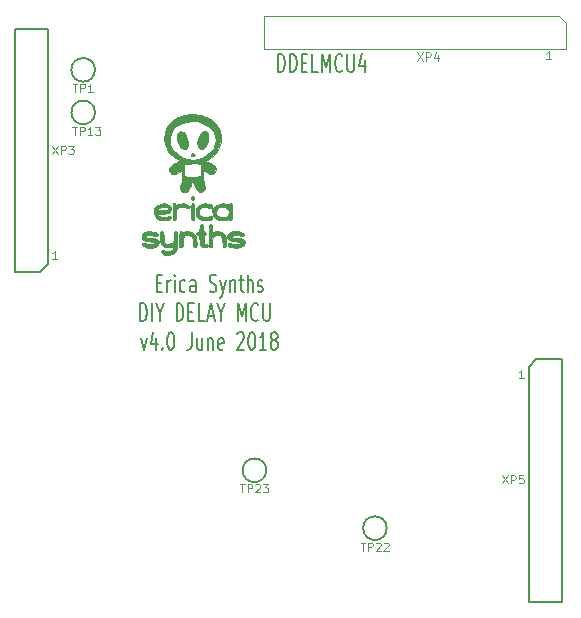
<source format=gto>
G04 #@! TF.FileFunction,Legend,Top*
%FSLAX46Y46*%
G04 Gerber Fmt 4.6, Leading zero omitted, Abs format (unit mm)*
G04 Created by KiCad (PCBNEW (2016-08-20 BZR 7083)-product) date Fri Jun  8 01:00:13 2018*
%MOMM*%
%LPD*%
G01*
G04 APERTURE LIST*
%ADD10C,0.100000*%
%ADD11C,0.200000*%
%ADD12C,0.150000*%
%ADD13C,0.120000*%
G04 APERTURE END LIST*
D10*
X43200000Y19183334D02*
X42800000Y19183334D01*
X43000000Y19183334D02*
X43000000Y19883334D01*
X42933333Y19783334D01*
X42866666Y19716667D01*
X42800000Y19683334D01*
X3700000Y29283334D02*
X3300000Y29283334D01*
X3500000Y29283334D02*
X3500000Y29983334D01*
X3433333Y29883334D01*
X3366666Y29816667D01*
X3300000Y29783334D01*
X45500000Y46183334D02*
X45100000Y46183334D01*
X45300000Y46183334D02*
X45300000Y46883334D01*
X45233333Y46783334D01*
X45166666Y46716667D01*
X45100000Y46683334D01*
D11*
X12123809Y27257143D02*
X12457142Y27257143D01*
X12600000Y26471429D02*
X12123809Y26471429D01*
X12123809Y27971429D01*
X12600000Y27971429D01*
X13028571Y26471429D02*
X13028571Y27471429D01*
X13028571Y27185715D02*
X13076190Y27328572D01*
X13123809Y27400000D01*
X13219047Y27471429D01*
X13314285Y27471429D01*
X13647619Y26471429D02*
X13647619Y27471429D01*
X13647619Y27971429D02*
X13600000Y27900000D01*
X13647619Y27828572D01*
X13695238Y27900000D01*
X13647619Y27971429D01*
X13647619Y27828572D01*
X14552380Y26542858D02*
X14457142Y26471429D01*
X14266666Y26471429D01*
X14171428Y26542858D01*
X14123809Y26614286D01*
X14076190Y26757143D01*
X14076190Y27185715D01*
X14123809Y27328572D01*
X14171428Y27400000D01*
X14266666Y27471429D01*
X14457142Y27471429D01*
X14552380Y27400000D01*
X15409523Y26471429D02*
X15409523Y27257143D01*
X15361904Y27400000D01*
X15266666Y27471429D01*
X15076190Y27471429D01*
X14980952Y27400000D01*
X15409523Y26542858D02*
X15314285Y26471429D01*
X15076190Y26471429D01*
X14980952Y26542858D01*
X14933333Y26685715D01*
X14933333Y26828572D01*
X14980952Y26971429D01*
X15076190Y27042858D01*
X15314285Y27042858D01*
X15409523Y27114286D01*
X16600000Y26542858D02*
X16742857Y26471429D01*
X16980952Y26471429D01*
X17076190Y26542858D01*
X17123809Y26614286D01*
X17171428Y26757143D01*
X17171428Y26900000D01*
X17123809Y27042858D01*
X17076190Y27114286D01*
X16980952Y27185715D01*
X16790476Y27257143D01*
X16695238Y27328572D01*
X16647619Y27400000D01*
X16600000Y27542858D01*
X16600000Y27685715D01*
X16647619Y27828572D01*
X16695238Y27900000D01*
X16790476Y27971429D01*
X17028571Y27971429D01*
X17171428Y27900000D01*
X17504761Y27471429D02*
X17742857Y26471429D01*
X17980952Y27471429D02*
X17742857Y26471429D01*
X17647619Y26114286D01*
X17600000Y26042858D01*
X17504761Y25971429D01*
X18361904Y27471429D02*
X18361904Y26471429D01*
X18361904Y27328572D02*
X18409523Y27400000D01*
X18504761Y27471429D01*
X18647619Y27471429D01*
X18742857Y27400000D01*
X18790476Y27257143D01*
X18790476Y26471429D01*
X19123809Y27471429D02*
X19504761Y27471429D01*
X19266666Y27971429D02*
X19266666Y26685715D01*
X19314285Y26542858D01*
X19409523Y26471429D01*
X19504761Y26471429D01*
X19838095Y26471429D02*
X19838095Y27971429D01*
X20266666Y26471429D02*
X20266666Y27257143D01*
X20219047Y27400000D01*
X20123809Y27471429D01*
X19980952Y27471429D01*
X19885714Y27400000D01*
X19838095Y27328572D01*
X20695238Y26542858D02*
X20790476Y26471429D01*
X20980952Y26471429D01*
X21076190Y26542858D01*
X21123809Y26685715D01*
X21123809Y26757143D01*
X21076190Y26900000D01*
X20980952Y26971429D01*
X20838095Y26971429D01*
X20742857Y27042858D01*
X20695238Y27185715D01*
X20695238Y27257143D01*
X20742857Y27400000D01*
X20838095Y27471429D01*
X20980952Y27471429D01*
X21076190Y27400000D01*
X10719047Y24021429D02*
X10719047Y25521429D01*
X10957142Y25521429D01*
X11100000Y25450000D01*
X11195238Y25307143D01*
X11242857Y25164286D01*
X11290476Y24878572D01*
X11290476Y24664286D01*
X11242857Y24378572D01*
X11195238Y24235715D01*
X11100000Y24092858D01*
X10957142Y24021429D01*
X10719047Y24021429D01*
X11719047Y24021429D02*
X11719047Y25521429D01*
X12385714Y24735715D02*
X12385714Y24021429D01*
X12052380Y25521429D02*
X12385714Y24735715D01*
X12719047Y25521429D01*
X13814285Y24021429D02*
X13814285Y25521429D01*
X14052380Y25521429D01*
X14195238Y25450000D01*
X14290476Y25307143D01*
X14338095Y25164286D01*
X14385714Y24878572D01*
X14385714Y24664286D01*
X14338095Y24378572D01*
X14290476Y24235715D01*
X14195238Y24092858D01*
X14052380Y24021429D01*
X13814285Y24021429D01*
X14814285Y24807143D02*
X15147619Y24807143D01*
X15290476Y24021429D02*
X14814285Y24021429D01*
X14814285Y25521429D01*
X15290476Y25521429D01*
X16195238Y24021429D02*
X15719047Y24021429D01*
X15719047Y25521429D01*
X16480952Y24450000D02*
X16957142Y24450000D01*
X16385714Y24021429D02*
X16719047Y25521429D01*
X17052380Y24021429D01*
X17576190Y24735715D02*
X17576190Y24021429D01*
X17242857Y25521429D02*
X17576190Y24735715D01*
X17909523Y25521429D01*
X19004761Y24021429D02*
X19004761Y25521429D01*
X19338095Y24450000D01*
X19671428Y25521429D01*
X19671428Y24021429D01*
X20719047Y24164286D02*
X20671428Y24092858D01*
X20528571Y24021429D01*
X20433333Y24021429D01*
X20290476Y24092858D01*
X20195238Y24235715D01*
X20147619Y24378572D01*
X20100000Y24664286D01*
X20100000Y24878572D01*
X20147619Y25164286D01*
X20195238Y25307143D01*
X20290476Y25450000D01*
X20433333Y25521429D01*
X20528571Y25521429D01*
X20671428Y25450000D01*
X20719047Y25378572D01*
X21147619Y25521429D02*
X21147619Y24307143D01*
X21195238Y24164286D01*
X21242857Y24092858D01*
X21338095Y24021429D01*
X21528571Y24021429D01*
X21623809Y24092858D01*
X21671428Y24164286D01*
X21719047Y24307143D01*
X21719047Y25521429D01*
X10790476Y22571429D02*
X11028571Y21571429D01*
X11266666Y22571429D01*
X12076190Y22571429D02*
X12076190Y21571429D01*
X11838095Y23142858D02*
X11600000Y22071429D01*
X12219047Y22071429D01*
X12600000Y21714286D02*
X12647619Y21642858D01*
X12600000Y21571429D01*
X12552380Y21642858D01*
X12600000Y21714286D01*
X12600000Y21571429D01*
X13266666Y23071429D02*
X13361904Y23071429D01*
X13457142Y23000000D01*
X13504761Y22928572D01*
X13552380Y22785715D01*
X13600000Y22500000D01*
X13600000Y22142858D01*
X13552380Y21857143D01*
X13504761Y21714286D01*
X13457142Y21642858D01*
X13361904Y21571429D01*
X13266666Y21571429D01*
X13171428Y21642858D01*
X13123809Y21714286D01*
X13076190Y21857143D01*
X13028571Y22142858D01*
X13028571Y22500000D01*
X13076190Y22785715D01*
X13123809Y22928572D01*
X13171428Y23000000D01*
X13266666Y23071429D01*
X15076190Y23071429D02*
X15076190Y22000000D01*
X15028571Y21785715D01*
X14933333Y21642858D01*
X14790476Y21571429D01*
X14695238Y21571429D01*
X15980952Y22571429D02*
X15980952Y21571429D01*
X15552380Y22571429D02*
X15552380Y21785715D01*
X15600000Y21642858D01*
X15695238Y21571429D01*
X15838095Y21571429D01*
X15933333Y21642858D01*
X15980952Y21714286D01*
X16457142Y22571429D02*
X16457142Y21571429D01*
X16457142Y22428572D02*
X16504761Y22500000D01*
X16600000Y22571429D01*
X16742857Y22571429D01*
X16838095Y22500000D01*
X16885714Y22357143D01*
X16885714Y21571429D01*
X17742857Y21642858D02*
X17647619Y21571429D01*
X17457142Y21571429D01*
X17361904Y21642858D01*
X17314285Y21785715D01*
X17314285Y22357143D01*
X17361904Y22500000D01*
X17457142Y22571429D01*
X17647619Y22571429D01*
X17742857Y22500000D01*
X17790476Y22357143D01*
X17790476Y22214286D01*
X17314285Y22071429D01*
X18933333Y22928572D02*
X18980952Y23000000D01*
X19076190Y23071429D01*
X19314285Y23071429D01*
X19409523Y23000000D01*
X19457142Y22928572D01*
X19504761Y22785715D01*
X19504761Y22642858D01*
X19457142Y22428572D01*
X18885714Y21571429D01*
X19504761Y21571429D01*
X20123809Y23071429D02*
X20219047Y23071429D01*
X20314285Y23000000D01*
X20361904Y22928572D01*
X20409523Y22785715D01*
X20457142Y22500000D01*
X20457142Y22142858D01*
X20409523Y21857143D01*
X20361904Y21714286D01*
X20314285Y21642858D01*
X20219047Y21571429D01*
X20123809Y21571429D01*
X20028571Y21642858D01*
X19980952Y21714286D01*
X19933333Y21857143D01*
X19885714Y22142858D01*
X19885714Y22500000D01*
X19933333Y22785715D01*
X19980952Y22928572D01*
X20028571Y23000000D01*
X20123809Y23071429D01*
X21409523Y21571429D02*
X20838095Y21571429D01*
X21123809Y21571429D02*
X21123809Y23071429D01*
X21028571Y22857143D01*
X20933333Y22714286D01*
X20838095Y22642858D01*
X21980952Y22428572D02*
X21885714Y22500000D01*
X21838095Y22571429D01*
X21790476Y22714286D01*
X21790476Y22785715D01*
X21838095Y22928572D01*
X21885714Y23000000D01*
X21980952Y23071429D01*
X22171428Y23071429D01*
X22266666Y23000000D01*
X22314285Y22928572D01*
X22361904Y22785715D01*
X22361904Y22714286D01*
X22314285Y22571429D01*
X22266666Y22500000D01*
X22171428Y22428572D01*
X21980952Y22428572D01*
X21885714Y22357143D01*
X21838095Y22285715D01*
X21790476Y22142858D01*
X21790476Y21857143D01*
X21838095Y21714286D01*
X21885714Y21642858D01*
X21980952Y21571429D01*
X22171428Y21571429D01*
X22266666Y21642858D01*
X22314285Y21714286D01*
X22361904Y21857143D01*
X22361904Y22142858D01*
X22314285Y22285715D01*
X22266666Y22357143D01*
X22171428Y22428572D01*
X22409523Y45121429D02*
X22409523Y46621429D01*
X22647619Y46621429D01*
X22790476Y46550000D01*
X22885714Y46407143D01*
X22933333Y46264286D01*
X22980952Y45978572D01*
X22980952Y45764286D01*
X22933333Y45478572D01*
X22885714Y45335715D01*
X22790476Y45192858D01*
X22647619Y45121429D01*
X22409523Y45121429D01*
X23409523Y45121429D02*
X23409523Y46621429D01*
X23647619Y46621429D01*
X23790476Y46550000D01*
X23885714Y46407143D01*
X23933333Y46264286D01*
X23980952Y45978572D01*
X23980952Y45764286D01*
X23933333Y45478572D01*
X23885714Y45335715D01*
X23790476Y45192858D01*
X23647619Y45121429D01*
X23409523Y45121429D01*
X24409523Y45907143D02*
X24742857Y45907143D01*
X24885714Y45121429D02*
X24409523Y45121429D01*
X24409523Y46621429D01*
X24885714Y46621429D01*
X25790476Y45121429D02*
X25314285Y45121429D01*
X25314285Y46621429D01*
X26123809Y45121429D02*
X26123809Y46621429D01*
X26457142Y45550000D01*
X26790476Y46621429D01*
X26790476Y45121429D01*
X27838095Y45264286D02*
X27790476Y45192858D01*
X27647619Y45121429D01*
X27552380Y45121429D01*
X27409523Y45192858D01*
X27314285Y45335715D01*
X27266666Y45478572D01*
X27219047Y45764286D01*
X27219047Y45978572D01*
X27266666Y46264286D01*
X27314285Y46407143D01*
X27409523Y46550000D01*
X27552380Y46621429D01*
X27647619Y46621429D01*
X27790476Y46550000D01*
X27838095Y46478572D01*
X28266666Y46621429D02*
X28266666Y45407143D01*
X28314285Y45264286D01*
X28361904Y45192858D01*
X28457142Y45121429D01*
X28647619Y45121429D01*
X28742857Y45192858D01*
X28790476Y45264286D01*
X28838095Y45407143D01*
X28838095Y46621429D01*
X29742857Y46121429D02*
X29742857Y45121429D01*
X29504761Y46692858D02*
X29266666Y45621429D01*
X29885714Y45621429D01*
D10*
G36*
X13867218Y30973353D02*
X13865400Y30803799D01*
X13856789Y30500886D01*
X13841861Y30280944D01*
X13818401Y30125429D01*
X13784192Y30015795D01*
X13767067Y29980751D01*
X13625096Y29819142D01*
X13416068Y29702781D01*
X13167910Y29640846D01*
X12908549Y29642517D01*
X12803906Y29664144D01*
X12627716Y29737983D01*
X12513744Y29837637D01*
X12478721Y29946498D01*
X12486410Y29979254D01*
X12532030Y30043717D01*
X12613507Y30056413D01*
X12751822Y30017482D01*
X12841853Y29981633D01*
X13002882Y29931146D01*
X13146384Y29936654D01*
X13223031Y29956466D01*
X13392123Y30025683D01*
X13491903Y30124488D01*
X13545688Y30251671D01*
X13561524Y30325415D01*
X13528718Y30341343D01*
X13424397Y30310023D01*
X13421547Y30309030D01*
X13209759Y30270459D01*
X12978460Y30282511D01*
X12767454Y30339427D01*
X12628277Y30423803D01*
X12517583Y30539707D01*
X12447431Y30655741D01*
X12405673Y30803226D01*
X12380163Y31013484D01*
X12375122Y31076596D01*
X12371375Y31347405D01*
X12406856Y31531332D01*
X12480700Y31625303D01*
X12533000Y31637600D01*
X12621884Y31592567D01*
X12679912Y31455903D01*
X12707845Y31225264D01*
X12710800Y31090014D01*
X12717267Y30884762D01*
X12740379Y30754443D01*
X12785700Y30672992D01*
X12803700Y30654874D01*
X12940915Y30589000D01*
X13122839Y30572327D01*
X13305781Y30603978D01*
X13428469Y30667424D01*
X13489434Y30728921D01*
X13527773Y30809807D01*
X13550457Y30935897D01*
X13564458Y31133011D01*
X13566645Y31179148D01*
X13581832Y31401418D01*
X13605316Y31539166D01*
X13640790Y31609364D01*
X13663494Y31624178D01*
X13743504Y31632381D01*
X13801634Y31580530D01*
X13840132Y31459494D01*
X13861244Y31260145D01*
X13867218Y30973353D01*
X13867218Y30973353D01*
X13867218Y30973353D01*
G37*
X13867218Y30973353D02*
X13865400Y30803799D01*
X13856789Y30500886D01*
X13841861Y30280944D01*
X13818401Y30125429D01*
X13784192Y30015795D01*
X13767067Y29980751D01*
X13625096Y29819142D01*
X13416068Y29702781D01*
X13167910Y29640846D01*
X12908549Y29642517D01*
X12803906Y29664144D01*
X12627716Y29737983D01*
X12513744Y29837637D01*
X12478721Y29946498D01*
X12486410Y29979254D01*
X12532030Y30043717D01*
X12613507Y30056413D01*
X12751822Y30017482D01*
X12841853Y29981633D01*
X13002882Y29931146D01*
X13146384Y29936654D01*
X13223031Y29956466D01*
X13392123Y30025683D01*
X13491903Y30124488D01*
X13545688Y30251671D01*
X13561524Y30325415D01*
X13528718Y30341343D01*
X13424397Y30310023D01*
X13421547Y30309030D01*
X13209759Y30270459D01*
X12978460Y30282511D01*
X12767454Y30339427D01*
X12628277Y30423803D01*
X12517583Y30539707D01*
X12447431Y30655741D01*
X12405673Y30803226D01*
X12380163Y31013484D01*
X12375122Y31076596D01*
X12371375Y31347405D01*
X12406856Y31531332D01*
X12480700Y31625303D01*
X12533000Y31637600D01*
X12621884Y31592567D01*
X12679912Y31455903D01*
X12707845Y31225264D01*
X12710800Y31090014D01*
X12717267Y30884762D01*
X12740379Y30754443D01*
X12785700Y30672992D01*
X12803700Y30654874D01*
X12940915Y30589000D01*
X13122839Y30572327D01*
X13305781Y30603978D01*
X13428469Y30667424D01*
X13489434Y30728921D01*
X13527773Y30809807D01*
X13550457Y30935897D01*
X13564458Y31133011D01*
X13566645Y31179148D01*
X13581832Y31401418D01*
X13605316Y31539166D01*
X13640790Y31609364D01*
X13663494Y31624178D01*
X13743504Y31632381D01*
X13801634Y31580530D01*
X13840132Y31459494D01*
X13861244Y31260145D01*
X13867218Y30973353D01*
X13867218Y30973353D01*
G36*
X12303460Y30721686D02*
X12262360Y30544341D01*
X12141543Y30395084D01*
X11948250Y30292140D01*
X11702828Y30240515D01*
X11425625Y30245211D01*
X11215519Y30286904D01*
X11014120Y30362646D01*
X10894862Y30451306D01*
X10864715Y30545506D01*
X10905026Y30615599D01*
X10987277Y30663248D01*
X11094666Y30638054D01*
X11102103Y30634715D01*
X11281940Y30575597D01*
X11480399Y30545455D01*
X11673081Y30543133D01*
X11835589Y30567474D01*
X11943525Y30617321D01*
X11974200Y30676055D01*
X11947329Y30715732D01*
X11856795Y30744497D01*
X11687715Y30765903D01*
X11556429Y30775790D01*
X11247443Y30815048D01*
X11029111Y30888529D01*
X10895357Y30999364D01*
X10840768Y31144812D01*
X10862398Y31332632D01*
X10971398Y31479863D01*
X11159796Y31581024D01*
X11419620Y31630635D01*
X11553468Y31634733D01*
X11792294Y31614999D01*
X11994058Y31566483D01*
X12145458Y31497112D01*
X12233188Y31414808D01*
X12243946Y31327497D01*
X12186177Y31257856D01*
X12106197Y31217173D01*
X12012814Y31226552D01*
X11921108Y31260832D01*
X11743173Y31311308D01*
X11545643Y31331747D01*
X11361803Y31322516D01*
X11224937Y31283980D01*
X11183586Y31252729D01*
X11150175Y31175900D01*
X11201554Y31122798D01*
X11342651Y31091415D01*
X11578392Y31079741D01*
X11608422Y31079578D01*
X11900948Y31054358D01*
X12118039Y30983240D01*
X12254080Y30870818D01*
X12303460Y30721686D01*
X12303460Y30721686D01*
X12303460Y30721686D01*
G37*
X12303460Y30721686D02*
X12262360Y30544341D01*
X12141543Y30395084D01*
X11948250Y30292140D01*
X11702828Y30240515D01*
X11425625Y30245211D01*
X11215519Y30286904D01*
X11014120Y30362646D01*
X10894862Y30451306D01*
X10864715Y30545506D01*
X10905026Y30615599D01*
X10987277Y30663248D01*
X11094666Y30638054D01*
X11102103Y30634715D01*
X11281940Y30575597D01*
X11480399Y30545455D01*
X11673081Y30543133D01*
X11835589Y30567474D01*
X11943525Y30617321D01*
X11974200Y30676055D01*
X11947329Y30715732D01*
X11856795Y30744497D01*
X11687715Y30765903D01*
X11556429Y30775790D01*
X11247443Y30815048D01*
X11029111Y30888529D01*
X10895357Y30999364D01*
X10840768Y31144812D01*
X10862398Y31332632D01*
X10971398Y31479863D01*
X11159796Y31581024D01*
X11419620Y31630635D01*
X11553468Y31634733D01*
X11792294Y31614999D01*
X11994058Y31566483D01*
X12145458Y31497112D01*
X12233188Y31414808D01*
X12243946Y31327497D01*
X12186177Y31257856D01*
X12106197Y31217173D01*
X12012814Y31226552D01*
X11921108Y31260832D01*
X11743173Y31311308D01*
X11545643Y31331747D01*
X11361803Y31322516D01*
X11224937Y31283980D01*
X11183586Y31252729D01*
X11150175Y31175900D01*
X11201554Y31122798D01*
X11342651Y31091415D01*
X11578392Y31079741D01*
X11608422Y31079578D01*
X11900948Y31054358D01*
X12118039Y30983240D01*
X12254080Y30870818D01*
X12303460Y30721686D01*
X12303460Y30721686D01*
G36*
X19567860Y30721686D02*
X19526760Y30544341D01*
X19405572Y30394735D01*
X19210785Y30291782D01*
X18961737Y30241083D01*
X18677766Y30248237D01*
X18567864Y30266639D01*
X18337520Y30329851D01*
X18200136Y30407461D01*
X18147508Y30504468D01*
X18146400Y30523382D01*
X18173176Y30617222D01*
X18260249Y30652602D01*
X18417734Y30631363D01*
X18541160Y30595192D01*
X18729845Y30553482D01*
X18919463Y30543979D01*
X19084456Y30563795D01*
X19199265Y30610042D01*
X19238600Y30674007D01*
X19213828Y30714561D01*
X19128893Y30743481D01*
X18967869Y30764699D01*
X18827854Y30775384D01*
X18528933Y30810924D01*
X18317646Y30875863D01*
X18182944Y30975442D01*
X18113995Y31114023D01*
X18117354Y31290626D01*
X18207179Y31446693D01*
X18368393Y31558300D01*
X18402114Y31571233D01*
X18610787Y31620100D01*
X18829660Y31633485D01*
X19042506Y31616269D01*
X19233098Y31573335D01*
X19385210Y31509563D01*
X19482614Y31429837D01*
X19509084Y31339037D01*
X19459954Y31252983D01*
X19395020Y31202304D01*
X19325634Y31204372D01*
X19222038Y31252030D01*
X19053032Y31307418D01*
X18850025Y31329884D01*
X18652779Y31319134D01*
X18501057Y31274875D01*
X18473609Y31257566D01*
X18414830Y31184056D01*
X18454524Y31129525D01*
X18591234Y31094623D01*
X18823500Y31080001D01*
X18872822Y31079578D01*
X19165348Y31054358D01*
X19382439Y30983240D01*
X19518480Y30870818D01*
X19567860Y30721686D01*
X19567860Y30721686D01*
X19567860Y30721686D01*
G37*
X19567860Y30721686D02*
X19526760Y30544341D01*
X19405572Y30394735D01*
X19210785Y30291782D01*
X18961737Y30241083D01*
X18677766Y30248237D01*
X18567864Y30266639D01*
X18337520Y30329851D01*
X18200136Y30407461D01*
X18147508Y30504468D01*
X18146400Y30523382D01*
X18173176Y30617222D01*
X18260249Y30652602D01*
X18417734Y30631363D01*
X18541160Y30595192D01*
X18729845Y30553482D01*
X18919463Y30543979D01*
X19084456Y30563795D01*
X19199265Y30610042D01*
X19238600Y30674007D01*
X19213828Y30714561D01*
X19128893Y30743481D01*
X18967869Y30764699D01*
X18827854Y30775384D01*
X18528933Y30810924D01*
X18317646Y30875863D01*
X18182944Y30975442D01*
X18113995Y31114023D01*
X18117354Y31290626D01*
X18207179Y31446693D01*
X18368393Y31558300D01*
X18402114Y31571233D01*
X18610787Y31620100D01*
X18829660Y31633485D01*
X19042506Y31616269D01*
X19233098Y31573335D01*
X19385210Y31509563D01*
X19482614Y31429837D01*
X19509084Y31339037D01*
X19459954Y31252983D01*
X19395020Y31202304D01*
X19325634Y31204372D01*
X19222038Y31252030D01*
X19053032Y31307418D01*
X18850025Y31329884D01*
X18652779Y31319134D01*
X18501057Y31274875D01*
X18473609Y31257566D01*
X18414830Y31184056D01*
X18454524Y31129525D01*
X18591234Y31094623D01*
X18823500Y31080001D01*
X18872822Y31079578D01*
X19165348Y31054358D01*
X19382439Y30983240D01*
X19518480Y30870818D01*
X19567860Y30721686D01*
X19567860Y30721686D01*
G36*
X15503259Y30582829D02*
X15484798Y30400841D01*
X15434348Y30300598D01*
X15349781Y30274102D01*
X15337904Y30275403D01*
X15282243Y30291586D01*
X15246265Y30334773D01*
X15223356Y30425801D01*
X15206899Y30585511D01*
X15197770Y30716794D01*
X15167616Y30983589D01*
X15111093Y31164242D01*
X15017808Y31272947D01*
X14877370Y31323897D01*
X14746751Y31332800D01*
X14560048Y31307450D01*
X14435240Y31223669D01*
X14363777Y31069859D01*
X14337110Y30834426D01*
X14336400Y30776176D01*
X14331260Y30540709D01*
X14311728Y30389331D01*
X14271633Y30304864D01*
X14204807Y30270131D01*
X14153164Y30266000D01*
X14031600Y30266000D01*
X14031600Y30927995D01*
X14033540Y31207121D01*
X14040514Y31400277D01*
X14054254Y31523037D01*
X14076490Y31590976D01*
X14108446Y31619478D01*
X14209539Y31615543D01*
X14257599Y31588959D01*
X14351712Y31555478D01*
X14431413Y31583275D01*
X14601416Y31630462D01*
X14813651Y31631260D01*
X15021551Y31588658D01*
X15133739Y31538236D01*
X15305592Y31401124D01*
X15415796Y31226064D01*
X15476915Y30989069D01*
X15491854Y30854559D01*
X15503259Y30582829D01*
X15503259Y30582829D01*
X15503259Y30582829D01*
G37*
X15503259Y30582829D02*
X15484798Y30400841D01*
X15434348Y30300598D01*
X15349781Y30274102D01*
X15337904Y30275403D01*
X15282243Y30291586D01*
X15246265Y30334773D01*
X15223356Y30425801D01*
X15206899Y30585511D01*
X15197770Y30716794D01*
X15167616Y30983589D01*
X15111093Y31164242D01*
X15017808Y31272947D01*
X14877370Y31323897D01*
X14746751Y31332800D01*
X14560048Y31307450D01*
X14435240Y31223669D01*
X14363777Y31069859D01*
X14337110Y30834426D01*
X14336400Y30776176D01*
X14331260Y30540709D01*
X14311728Y30389331D01*
X14271633Y30304864D01*
X14204807Y30270131D01*
X14153164Y30266000D01*
X14031600Y30266000D01*
X14031600Y30927995D01*
X14033540Y31207121D01*
X14040514Y31400277D01*
X14054254Y31523037D01*
X14076490Y31590976D01*
X14108446Y31619478D01*
X14209539Y31615543D01*
X14257599Y31588959D01*
X14351712Y31555478D01*
X14431413Y31583275D01*
X14601416Y31630462D01*
X14813651Y31631260D01*
X15021551Y31588658D01*
X15133739Y31538236D01*
X15305592Y31401124D01*
X15415796Y31226064D01*
X15476915Y30989069D01*
X15491854Y30854559D01*
X15503259Y30582829D01*
X15503259Y30582829D01*
G36*
X16444012Y30443561D02*
X16440041Y30348639D01*
X16368047Y30287297D01*
X16237902Y30265348D01*
X16084705Y30281853D01*
X15943556Y30335874D01*
X15904127Y30362960D01*
X15843025Y30424791D01*
X15803675Y30507014D01*
X15778986Y30635044D01*
X15761864Y30834296D01*
X15758800Y30883660D01*
X15743135Y31094122D01*
X15723981Y31220868D01*
X15696655Y31281779D01*
X15656471Y31294731D01*
X15651276Y31294030D01*
X15547784Y31319834D01*
X15482418Y31406483D01*
X15482818Y31501191D01*
X15553235Y31572212D01*
X15623395Y31596530D01*
X15686496Y31618513D01*
X15724418Y31678196D01*
X15747491Y31799999D01*
X15758800Y31916554D01*
X15779630Y32093331D01*
X15810504Y32191440D01*
X15860014Y32233802D01*
X15879712Y32239052D01*
X15973854Y32228072D01*
X16031995Y32144823D01*
X16059210Y31978718D01*
X16062822Y31857034D01*
X16068284Y31700704D01*
X16090855Y31618915D01*
X16141604Y31584790D01*
X16177900Y31577634D01*
X16275273Y31529873D01*
X16313501Y31446874D01*
X16288447Y31365559D01*
X16206318Y31324029D01*
X16144810Y31307882D01*
X16109636Y31265873D01*
X16093501Y31174865D01*
X16089116Y31011720D01*
X16089000Y30951800D01*
X16090860Y30765770D01*
X16102098Y30658169D01*
X16131198Y30605831D01*
X16186643Y30585589D01*
X16224982Y30580485D01*
X16369441Y30533158D01*
X16444012Y30443561D01*
X16444012Y30443561D01*
X16444012Y30443561D01*
G37*
X16444012Y30443561D02*
X16440041Y30348639D01*
X16368047Y30287297D01*
X16237902Y30265348D01*
X16084705Y30281853D01*
X15943556Y30335874D01*
X15904127Y30362960D01*
X15843025Y30424791D01*
X15803675Y30507014D01*
X15778986Y30635044D01*
X15761864Y30834296D01*
X15758800Y30883660D01*
X15743135Y31094122D01*
X15723981Y31220868D01*
X15696655Y31281779D01*
X15656471Y31294731D01*
X15651276Y31294030D01*
X15547784Y31319834D01*
X15482418Y31406483D01*
X15482818Y31501191D01*
X15553235Y31572212D01*
X15623395Y31596530D01*
X15686496Y31618513D01*
X15724418Y31678196D01*
X15747491Y31799999D01*
X15758800Y31916554D01*
X15779630Y32093331D01*
X15810504Y32191440D01*
X15860014Y32233802D01*
X15879712Y32239052D01*
X15973854Y32228072D01*
X16031995Y32144823D01*
X16059210Y31978718D01*
X16062822Y31857034D01*
X16068284Y31700704D01*
X16090855Y31618915D01*
X16141604Y31584790D01*
X16177900Y31577634D01*
X16275273Y31529873D01*
X16313501Y31446874D01*
X16288447Y31365559D01*
X16206318Y31324029D01*
X16144810Y31307882D01*
X16109636Y31265873D01*
X16093501Y31174865D01*
X16089116Y31011720D01*
X16089000Y30951800D01*
X16090860Y30765770D01*
X16102098Y30658169D01*
X16131198Y30605831D01*
X16186643Y30585589D01*
X16224982Y30580485D01*
X16369441Y30533158D01*
X16444012Y30443561D01*
X16444012Y30443561D01*
G36*
X18023494Y30563459D02*
X17993866Y30386294D01*
X17929060Y30290098D01*
X17845737Y30266000D01*
X17773334Y30292366D01*
X17725680Y30380015D01*
X17699115Y30541779D01*
X17689976Y30790487D01*
X17689893Y30812100D01*
X17669736Y31055294D01*
X17604469Y31215272D01*
X17485008Y31303815D01*
X17302270Y31332706D01*
X17288427Y31332800D01*
X17105575Y31314480D01*
X16978431Y31249877D01*
X16896181Y31124530D01*
X16848012Y30923976D01*
X16827829Y30716794D01*
X16811880Y30507570D01*
X16793118Y30379180D01*
X16765179Y30310920D01*
X16721699Y30282086D01*
X16692365Y30276015D01*
X16588932Y30297937D01*
X16552665Y30343669D01*
X16541863Y30420870D01*
X16532628Y30580442D01*
X16525637Y30803160D01*
X16521563Y31069798D01*
X16520800Y31251046D01*
X16524253Y31610880D01*
X16536125Y31879356D01*
X16558685Y32066529D01*
X16594202Y32182453D01*
X16644944Y32237185D01*
X16713181Y32240779D01*
X16742053Y32231649D01*
X16789090Y32191153D01*
X16815100Y32100554D01*
X16825017Y31938040D01*
X16825600Y31862360D01*
X16828264Y31683521D01*
X16840075Y31587075D01*
X16866756Y31553874D01*
X16914032Y31564767D01*
X16914500Y31564976D01*
X17113995Y31615911D01*
X17346909Y31620971D01*
X17561598Y31581168D01*
X17634788Y31550858D01*
X17808734Y31435816D01*
X17922561Y31292579D01*
X17988956Y31097421D01*
X18020430Y30829612D01*
X18023494Y30563459D01*
X18023494Y30563459D01*
X18023494Y30563459D01*
G37*
X18023494Y30563459D02*
X17993866Y30386294D01*
X17929060Y30290098D01*
X17845737Y30266000D01*
X17773334Y30292366D01*
X17725680Y30380015D01*
X17699115Y30541779D01*
X17689976Y30790487D01*
X17689893Y30812100D01*
X17669736Y31055294D01*
X17604469Y31215272D01*
X17485008Y31303815D01*
X17302270Y31332706D01*
X17288427Y31332800D01*
X17105575Y31314480D01*
X16978431Y31249877D01*
X16896181Y31124530D01*
X16848012Y30923976D01*
X16827829Y30716794D01*
X16811880Y30507570D01*
X16793118Y30379180D01*
X16765179Y30310920D01*
X16721699Y30282086D01*
X16692365Y30276015D01*
X16588932Y30297937D01*
X16552665Y30343669D01*
X16541863Y30420870D01*
X16532628Y30580442D01*
X16525637Y30803160D01*
X16521563Y31069798D01*
X16520800Y31251046D01*
X16524253Y31610880D01*
X16536125Y31879356D01*
X16558685Y32066529D01*
X16594202Y32182453D01*
X16644944Y32237185D01*
X16713181Y32240779D01*
X16742053Y32231649D01*
X16789090Y32191153D01*
X16815100Y32100554D01*
X16825017Y31938040D01*
X16825600Y31862360D01*
X16828264Y31683521D01*
X16840075Y31587075D01*
X16866756Y31553874D01*
X16914032Y31564767D01*
X16914500Y31564976D01*
X17113995Y31615911D01*
X17346909Y31620971D01*
X17561598Y31581168D01*
X17634788Y31550858D01*
X17808734Y31435816D01*
X17922561Y31292579D01*
X17988956Y31097421D01*
X18020430Y30829612D01*
X18023494Y30563459D01*
X18023494Y30563459D01*
G36*
X13349639Y33620121D02*
X13346759Y33470767D01*
X13285647Y33322795D01*
X13169472Y33220890D01*
X13048277Y33179969D01*
X13048277Y33492447D01*
X13045498Y33593005D01*
X12966786Y33668017D01*
X12835504Y33713455D01*
X12675014Y33725292D01*
X12508678Y33699501D01*
X12359860Y33632056D01*
X12336650Y33615113D01*
X12245229Y33530422D01*
X12203116Y33466207D01*
X12202800Y33462713D01*
X12249585Y33440874D01*
X12373950Y33424411D01*
X12551908Y33416093D01*
X12610794Y33415600D01*
X12826896Y33420074D01*
X12960289Y33435672D01*
X13029558Y33465659D01*
X13048277Y33492447D01*
X13048277Y33179969D01*
X12984865Y33158558D01*
X12718459Y33129303D01*
X12638117Y33126411D01*
X12402375Y33113083D01*
X12263350Y33085862D01*
X12216799Y33042248D01*
X12258479Y32979742D01*
X12316601Y32936977D01*
X12558734Y32834621D01*
X12820422Y32831933D01*
X12989944Y32879403D01*
X13165957Y32932506D01*
X13270558Y32925031D01*
X13315993Y32854051D01*
X13320400Y32800410D01*
X13274135Y32705726D01*
X13150802Y32631024D01*
X12973592Y32579836D01*
X12765696Y32555696D01*
X12550304Y32562134D01*
X12350609Y32602684D01*
X12259771Y32638864D01*
X12073619Y32781435D01*
X11953882Y32977481D01*
X11900818Y33203569D01*
X11914682Y33436267D01*
X11995732Y33652141D01*
X12144224Y33827759D01*
X12246020Y33894281D01*
X12483573Y33980675D01*
X12722709Y34005372D01*
X12946156Y33975020D01*
X13136641Y33896264D01*
X13276893Y33775749D01*
X13349639Y33620121D01*
X13349639Y33620121D01*
X13349639Y33620121D01*
G37*
X13349639Y33620121D02*
X13346759Y33470767D01*
X13285647Y33322795D01*
X13169472Y33220890D01*
X13048277Y33179969D01*
X13048277Y33492447D01*
X13045498Y33593005D01*
X12966786Y33668017D01*
X12835504Y33713455D01*
X12675014Y33725292D01*
X12508678Y33699501D01*
X12359860Y33632056D01*
X12336650Y33615113D01*
X12245229Y33530422D01*
X12203116Y33466207D01*
X12202800Y33462713D01*
X12249585Y33440874D01*
X12373950Y33424411D01*
X12551908Y33416093D01*
X12610794Y33415600D01*
X12826896Y33420074D01*
X12960289Y33435672D01*
X13029558Y33465659D01*
X13048277Y33492447D01*
X13048277Y33179969D01*
X12984865Y33158558D01*
X12718459Y33129303D01*
X12638117Y33126411D01*
X12402375Y33113083D01*
X12263350Y33085862D01*
X12216799Y33042248D01*
X12258479Y32979742D01*
X12316601Y32936977D01*
X12558734Y32834621D01*
X12820422Y32831933D01*
X12989944Y32879403D01*
X13165957Y32932506D01*
X13270558Y32925031D01*
X13315993Y32854051D01*
X13320400Y32800410D01*
X13274135Y32705726D01*
X13150802Y32631024D01*
X12973592Y32579836D01*
X12765696Y32555696D01*
X12550304Y32562134D01*
X12350609Y32602684D01*
X12259771Y32638864D01*
X12073619Y32781435D01*
X11953882Y32977481D01*
X11900818Y33203569D01*
X11914682Y33436267D01*
X11995732Y33652141D01*
X12144224Y33827759D01*
X12246020Y33894281D01*
X12483573Y33980675D01*
X12722709Y34005372D01*
X12946156Y33975020D01*
X13136641Y33896264D01*
X13276893Y33775749D01*
X13349639Y33620121D01*
X13349639Y33620121D01*
G36*
X14935365Y33734090D02*
X14919009Y33674541D01*
X14885419Y33638049D01*
X14821421Y33589333D01*
X14750725Y33593125D01*
X14650038Y33639630D01*
X14458211Y33701601D01*
X14248950Y33711565D01*
X14051213Y33674693D01*
X13893962Y33596154D01*
X13809156Y33489525D01*
X13792165Y33396590D01*
X13780434Y33239898D01*
X13776906Y33093946D01*
X13771634Y32906253D01*
X13758718Y32745216D01*
X13745581Y32666300D01*
X13681934Y32577337D01*
X13582829Y32550528D01*
X13506666Y32585867D01*
X13494103Y32646633D01*
X13483649Y32789016D01*
X13476263Y32993040D01*
X13472904Y33238728D01*
X13472800Y33291632D01*
X13474232Y33568090D01*
X13479896Y33759488D01*
X13491842Y33882342D01*
X13512119Y33953167D01*
X13542777Y33988481D01*
X13560359Y33997130D01*
X13663427Y33989033D01*
X13708596Y33947750D01*
X13785919Y33892734D01*
X13862336Y33913686D01*
X14074542Y33984266D01*
X14317805Y34003054D01*
X14559003Y33973345D01*
X14765016Y33898434D01*
X14878286Y33812623D01*
X14935365Y33734090D01*
X14935365Y33734090D01*
X14935365Y33734090D01*
G37*
X14935365Y33734090D02*
X14919009Y33674541D01*
X14885419Y33638049D01*
X14821421Y33589333D01*
X14750725Y33593125D01*
X14650038Y33639630D01*
X14458211Y33701601D01*
X14248950Y33711565D01*
X14051213Y33674693D01*
X13893962Y33596154D01*
X13809156Y33489525D01*
X13792165Y33396590D01*
X13780434Y33239898D01*
X13776906Y33093946D01*
X13771634Y32906253D01*
X13758718Y32745216D01*
X13745581Y32666300D01*
X13681934Y32577337D01*
X13582829Y32550528D01*
X13506666Y32585867D01*
X13494103Y32646633D01*
X13483649Y32789016D01*
X13476263Y32993040D01*
X13472904Y33238728D01*
X13472800Y33291632D01*
X13474232Y33568090D01*
X13479896Y33759488D01*
X13491842Y33882342D01*
X13512119Y33953167D01*
X13542777Y33988481D01*
X13560359Y33997130D01*
X13663427Y33989033D01*
X13708596Y33947750D01*
X13785919Y33892734D01*
X13862336Y33913686D01*
X14074542Y33984266D01*
X14317805Y34003054D01*
X14559003Y33973345D01*
X14765016Y33898434D01*
X14878286Y33812623D01*
X14935365Y33734090D01*
X14935365Y33734090D01*
G36*
X15294819Y33689917D02*
X15293850Y33469225D01*
X15290294Y33269930D01*
X15283855Y32992636D01*
X15275924Y32800726D01*
X15263714Y32677992D01*
X15244435Y32608228D01*
X15215301Y32575225D01*
X15173522Y32562776D01*
X15168521Y32562035D01*
X15072529Y32582538D01*
X15029515Y32663635D01*
X15016328Y32762255D01*
X15005735Y32935003D01*
X14999081Y33154418D01*
X14997493Y33316991D01*
X15004382Y33618682D01*
X15027813Y33828400D01*
X15070573Y33954834D01*
X15135450Y34006677D01*
X15215434Y33996595D01*
X15251151Y33973509D01*
X15275160Y33925644D01*
X15289152Y33836584D01*
X15294819Y33689917D01*
X15294819Y33689917D01*
X15294819Y33689917D01*
G37*
X15294819Y33689917D02*
X15293850Y33469225D01*
X15290294Y33269930D01*
X15283855Y32992636D01*
X15275924Y32800726D01*
X15263714Y32677992D01*
X15244435Y32608228D01*
X15215301Y32575225D01*
X15173522Y32562776D01*
X15168521Y32562035D01*
X15072529Y32582538D01*
X15029515Y32663635D01*
X15016328Y32762255D01*
X15005735Y32935003D01*
X14999081Y33154418D01*
X14997493Y33316991D01*
X15004382Y33618682D01*
X15027813Y33828400D01*
X15070573Y33954834D01*
X15135450Y34006677D01*
X15215434Y33996595D01*
X15251151Y33973509D01*
X15275160Y33925644D01*
X15289152Y33836584D01*
X15294819Y33689917D01*
X15294819Y33689917D01*
G36*
X16825600Y32800410D02*
X16779466Y32705315D01*
X16657067Y32630166D01*
X16482405Y32578512D01*
X16279482Y32553897D01*
X16072301Y32559870D01*
X15884863Y32599978D01*
X15784200Y32646517D01*
X15590076Y32792469D01*
X15476431Y32953491D01*
X15423445Y33160870D01*
X15417186Y33225888D01*
X15438243Y33501065D01*
X15542107Y33720844D01*
X15723104Y33879760D01*
X15975558Y33972349D01*
X16216000Y33995008D01*
X16455666Y33974044D01*
X16649473Y33915801D01*
X16777301Y33828391D01*
X16817042Y33752718D01*
X16809895Y33638118D01*
X16735841Y33595897D01*
X16602453Y33629327D01*
X16569024Y33645532D01*
X16389142Y33699999D01*
X16177629Y33709569D01*
X15975273Y33676939D01*
X15822861Y33604799D01*
X15811964Y33595541D01*
X15699813Y33435789D01*
X15672830Y33256685D01*
X15724333Y33082314D01*
X15847644Y32936762D01*
X16019025Y32848933D01*
X16165953Y32815590D01*
X16295413Y32821186D01*
X16459425Y32868659D01*
X16476863Y32874804D01*
X16658905Y32928234D01*
X16767632Y32927636D01*
X16817650Y32869895D01*
X16825600Y32800410D01*
X16825600Y32800410D01*
X16825600Y32800410D01*
G37*
X16825600Y32800410D02*
X16779466Y32705315D01*
X16657067Y32630166D01*
X16482405Y32578512D01*
X16279482Y32553897D01*
X16072301Y32559870D01*
X15884863Y32599978D01*
X15784200Y32646517D01*
X15590076Y32792469D01*
X15476431Y32953491D01*
X15423445Y33160870D01*
X15417186Y33225888D01*
X15438243Y33501065D01*
X15542107Y33720844D01*
X15723104Y33879760D01*
X15975558Y33972349D01*
X16216000Y33995008D01*
X16455666Y33974044D01*
X16649473Y33915801D01*
X16777301Y33828391D01*
X16817042Y33752718D01*
X16809895Y33638118D01*
X16735841Y33595897D01*
X16602453Y33629327D01*
X16569024Y33645532D01*
X16389142Y33699999D01*
X16177629Y33709569D01*
X15975273Y33676939D01*
X15822861Y33604799D01*
X15811964Y33595541D01*
X15699813Y33435789D01*
X15672830Y33256685D01*
X15724333Y33082314D01*
X15847644Y32936762D01*
X16019025Y32848933D01*
X16165953Y32815590D01*
X16295413Y32821186D01*
X16459425Y32868659D01*
X16476863Y32874804D01*
X16658905Y32928234D01*
X16767632Y32927636D01*
X16817650Y32869895D01*
X16825600Y32800410D01*
X16825600Y32800410D01*
G36*
X18509824Y33370202D02*
X18508400Y33135073D01*
X18498220Y32914329D01*
X18479318Y32731090D01*
X18451729Y32608474D01*
X18425153Y32570123D01*
X18325353Y32574666D01*
X18271248Y32604586D01*
X18220663Y32626790D01*
X18220663Y33326940D01*
X18163512Y33497334D01*
X18033390Y33632094D01*
X17994000Y33654665D01*
X17786282Y33717857D01*
X17574679Y33713185D01*
X17381836Y33650071D01*
X17230397Y33537935D01*
X17143011Y33386198D01*
X17130400Y33295388D01*
X17173323Y33087032D01*
X17291147Y32931435D01*
X17467446Y32836828D01*
X17685800Y32811442D01*
X17929784Y32863507D01*
X17964669Y32877284D01*
X18120202Y32989381D01*
X18205879Y33148444D01*
X18220663Y33326940D01*
X18220663Y32626790D01*
X18184411Y32642701D01*
X18069273Y32611615D01*
X18066305Y32610269D01*
X17915398Y32572197D01*
X17710408Y32557273D01*
X17496194Y32565566D01*
X17317618Y32597144D01*
X17282826Y32609072D01*
X17065649Y32747798D01*
X16915650Y32956089D01*
X16872726Y33073643D01*
X16843988Y33331729D01*
X16909434Y33563846D01*
X17035595Y33745778D01*
X17224491Y33890365D01*
X17468692Y33977642D01*
X17736415Y34002631D01*
X17995877Y33960352D01*
X18109499Y33914016D01*
X18216171Y33902957D01*
X18276069Y33944413D01*
X18369503Y33994537D01*
X18427270Y33992207D01*
X18461215Y33930720D01*
X18486266Y33791144D01*
X18502457Y33596599D01*
X18509824Y33370202D01*
X18509824Y33370202D01*
X18509824Y33370202D01*
G37*
X18509824Y33370202D02*
X18508400Y33135073D01*
X18498220Y32914329D01*
X18479318Y32731090D01*
X18451729Y32608474D01*
X18425153Y32570123D01*
X18325353Y32574666D01*
X18271248Y32604586D01*
X18220663Y32626790D01*
X18220663Y33326940D01*
X18163512Y33497334D01*
X18033390Y33632094D01*
X17994000Y33654665D01*
X17786282Y33717857D01*
X17574679Y33713185D01*
X17381836Y33650071D01*
X17230397Y33537935D01*
X17143011Y33386198D01*
X17130400Y33295388D01*
X17173323Y33087032D01*
X17291147Y32931435D01*
X17467446Y32836828D01*
X17685800Y32811442D01*
X17929784Y32863507D01*
X17964669Y32877284D01*
X18120202Y32989381D01*
X18205879Y33148444D01*
X18220663Y33326940D01*
X18220663Y32626790D01*
X18184411Y32642701D01*
X18069273Y32611615D01*
X18066305Y32610269D01*
X17915398Y32572197D01*
X17710408Y32557273D01*
X17496194Y32565566D01*
X17317618Y32597144D01*
X17282826Y32609072D01*
X17065649Y32747798D01*
X16915650Y32956089D01*
X16872726Y33073643D01*
X16843988Y33331729D01*
X16909434Y33563846D01*
X17035595Y33745778D01*
X17224491Y33890365D01*
X17468692Y33977642D01*
X17736415Y34002631D01*
X17995877Y33960352D01*
X18109499Y33914016D01*
X18216171Y33902957D01*
X18276069Y33944413D01*
X18369503Y33994537D01*
X18427270Y33992207D01*
X18461215Y33930720D01*
X18486266Y33791144D01*
X18502457Y33596599D01*
X18509824Y33370202D01*
X18509824Y33370202D01*
G36*
X15297689Y34428262D02*
X15258054Y34335025D01*
X15221245Y34310036D01*
X15142918Y34283474D01*
X15098167Y34300578D01*
X15057760Y34340160D01*
X15007177Y34443711D01*
X15030902Y34543901D01*
X15109071Y34608110D01*
X15218961Y34604842D01*
X15284529Y34534809D01*
X15297689Y34428262D01*
X15297689Y34428262D01*
X15297689Y34428262D01*
G37*
X15297689Y34428262D02*
X15258054Y34335025D01*
X15221245Y34310036D01*
X15142918Y34283474D01*
X15098167Y34300578D01*
X15057760Y34340160D01*
X15007177Y34443711D01*
X15030902Y34543901D01*
X15109071Y34608110D01*
X15218961Y34604842D01*
X15284529Y34534809D01*
X15297689Y34428262D01*
X15297689Y34428262D01*
G36*
X17563510Y39703810D02*
X17553688Y39264971D01*
X17536517Y39154440D01*
X17416045Y38742098D01*
X17217571Y38374293D01*
X17109283Y38248480D01*
X17109283Y39379063D01*
X17056680Y39713784D01*
X16936473Y40037085D01*
X16753548Y40325283D01*
X16647088Y40442078D01*
X16338902Y40673805D01*
X15970437Y40839732D01*
X15560576Y40937747D01*
X15128203Y40965733D01*
X14692201Y40921577D01*
X14271455Y40803165D01*
X14097232Y40727582D01*
X13775268Y40521709D01*
X13523859Y40260538D01*
X13346026Y39958744D01*
X13244792Y39631000D01*
X13223177Y39291981D01*
X13284203Y38956360D01*
X13430891Y38638811D01*
X13618225Y38401161D01*
X13982641Y38088418D01*
X14374751Y37864787D01*
X14784802Y37732435D01*
X15203037Y37693527D01*
X15619701Y37750230D01*
X15972074Y37878422D01*
X16249490Y38037683D01*
X16520863Y38240432D01*
X16759989Y38463762D01*
X16940664Y38684767D01*
X16992129Y38770083D01*
X17089395Y39056602D01*
X17109283Y39379063D01*
X17109283Y38248480D01*
X16951679Y38065368D01*
X16628954Y37829665D01*
X16516884Y37772724D01*
X16378464Y37704883D01*
X16287645Y37652051D01*
X16266800Y37632211D01*
X16307695Y37596068D01*
X16412675Y37531019D01*
X16503331Y37480946D01*
X16689342Y37374286D01*
X16876366Y37255010D01*
X16935131Y37214015D01*
X17058577Y37111917D01*
X17115796Y37016826D01*
X17130367Y36888234D01*
X17130400Y36878537D01*
X17088611Y36683668D01*
X16975322Y36540683D01*
X16808649Y36469100D01*
X16746125Y36464467D01*
X16619268Y36490804D01*
X16453173Y36557534D01*
X16343000Y36616000D01*
X16198302Y36697752D01*
X16087676Y36752826D01*
X16044686Y36767534D01*
X16027415Y36721097D01*
X16018801Y36596180D01*
X16019917Y36415619D01*
X16023796Y36323900D01*
X16048487Y36041882D01*
X16092846Y35826739D01*
X16163961Y35644530D01*
X16166949Y35638478D01*
X16244635Y35421952D01*
X16235047Y35246087D01*
X16135270Y35094923D01*
X16055322Y35027073D01*
X15910192Y34963371D01*
X15910192Y36746794D01*
X15907976Y36947996D01*
X15894215Y37127920D01*
X15868641Y37255981D01*
X15858612Y37279740D01*
X15827650Y37321192D01*
X15775271Y37349094D01*
X15683396Y37366074D01*
X15533946Y37374762D01*
X15308843Y37377786D01*
X15182972Y37378000D01*
X14861545Y37372639D01*
X14640376Y37356509D01*
X14518689Y37329541D01*
X14498959Y37317040D01*
X14472345Y37241588D01*
X14452450Y37094308D01*
X14440188Y36904805D01*
X14436472Y36702686D01*
X14442217Y36517557D01*
X14458335Y36379024D01*
X14468835Y36340755D01*
X14496618Y36306812D01*
X14560085Y36283738D01*
X14675479Y36269600D01*
X14859047Y36262466D01*
X15127034Y36260405D01*
X15144475Y36260400D01*
X15469351Y36265400D01*
X15694961Y36280506D01*
X15823151Y36305877D01*
X15850239Y36321360D01*
X15881056Y36402892D01*
X15901130Y36554898D01*
X15910192Y36746794D01*
X15910192Y34963371D01*
X15888429Y34953818D01*
X15723164Y34976485D01*
X15566746Y35089548D01*
X15426391Y35287483D01*
X15309319Y35564765D01*
X15295475Y35608688D01*
X15229419Y35799141D01*
X15171123Y35918097D01*
X15126540Y35958086D01*
X15101625Y35911639D01*
X15098400Y35855906D01*
X15069714Y35689286D01*
X14995847Y35484545D01*
X14895087Y35281409D01*
X14785718Y35119604D01*
X14736041Y35068709D01*
X14586268Y34969116D01*
X14446542Y34949329D01*
X14301620Y34990755D01*
X14160003Y35095778D01*
X14093553Y35257900D01*
X14104633Y35463353D01*
X14184000Y35676200D01*
X14238676Y35811482D01*
X14270468Y35971963D01*
X14284108Y36187939D01*
X14285600Y36326791D01*
X14285600Y36778099D01*
X14006969Y36620850D01*
X13746294Y36502220D01*
X13535396Y36469788D01*
X13370748Y36523262D01*
X13321692Y36563908D01*
X13203981Y36724887D01*
X13179216Y36883367D01*
X13249271Y37043336D01*
X13416020Y37208783D01*
X13681337Y37383699D01*
X13716104Y37403400D01*
X13883409Y37499914D01*
X14009851Y37578398D01*
X14074526Y37625676D01*
X14078766Y37632000D01*
X14036430Y37665419D01*
X13927420Y37725679D01*
X13813617Y37781512D01*
X13467343Y37997537D01*
X13183719Y38283990D01*
X12968879Y38626868D01*
X12828957Y39012169D01*
X12770086Y39425890D01*
X12798401Y39854029D01*
X12833592Y40018746D01*
X12987723Y40422779D01*
X13225958Y40776435D01*
X13539676Y41070867D01*
X13920257Y41297232D01*
X14176151Y41396391D01*
X14519064Y41477088D01*
X14912000Y41523593D01*
X15314926Y41534094D01*
X15687807Y41506778D01*
X15873100Y41473232D01*
X16334363Y41321185D01*
X16731476Y41101316D01*
X17058692Y40821636D01*
X17310267Y40490152D01*
X17480454Y40114874D01*
X17563510Y39703810D01*
X17563510Y39703810D01*
X17563510Y39703810D01*
G37*
X17563510Y39703810D02*
X17553688Y39264971D01*
X17536517Y39154440D01*
X17416045Y38742098D01*
X17217571Y38374293D01*
X17109283Y38248480D01*
X17109283Y39379063D01*
X17056680Y39713784D01*
X16936473Y40037085D01*
X16753548Y40325283D01*
X16647088Y40442078D01*
X16338902Y40673805D01*
X15970437Y40839732D01*
X15560576Y40937747D01*
X15128203Y40965733D01*
X14692201Y40921577D01*
X14271455Y40803165D01*
X14097232Y40727582D01*
X13775268Y40521709D01*
X13523859Y40260538D01*
X13346026Y39958744D01*
X13244792Y39631000D01*
X13223177Y39291981D01*
X13284203Y38956360D01*
X13430891Y38638811D01*
X13618225Y38401161D01*
X13982641Y38088418D01*
X14374751Y37864787D01*
X14784802Y37732435D01*
X15203037Y37693527D01*
X15619701Y37750230D01*
X15972074Y37878422D01*
X16249490Y38037683D01*
X16520863Y38240432D01*
X16759989Y38463762D01*
X16940664Y38684767D01*
X16992129Y38770083D01*
X17089395Y39056602D01*
X17109283Y39379063D01*
X17109283Y38248480D01*
X16951679Y38065368D01*
X16628954Y37829665D01*
X16516884Y37772724D01*
X16378464Y37704883D01*
X16287645Y37652051D01*
X16266800Y37632211D01*
X16307695Y37596068D01*
X16412675Y37531019D01*
X16503331Y37480946D01*
X16689342Y37374286D01*
X16876366Y37255010D01*
X16935131Y37214015D01*
X17058577Y37111917D01*
X17115796Y37016826D01*
X17130367Y36888234D01*
X17130400Y36878537D01*
X17088611Y36683668D01*
X16975322Y36540683D01*
X16808649Y36469100D01*
X16746125Y36464467D01*
X16619268Y36490804D01*
X16453173Y36557534D01*
X16343000Y36616000D01*
X16198302Y36697752D01*
X16087676Y36752826D01*
X16044686Y36767534D01*
X16027415Y36721097D01*
X16018801Y36596180D01*
X16019917Y36415619D01*
X16023796Y36323900D01*
X16048487Y36041882D01*
X16092846Y35826739D01*
X16163961Y35644530D01*
X16166949Y35638478D01*
X16244635Y35421952D01*
X16235047Y35246087D01*
X16135270Y35094923D01*
X16055322Y35027073D01*
X15910192Y34963371D01*
X15910192Y36746794D01*
X15907976Y36947996D01*
X15894215Y37127920D01*
X15868641Y37255981D01*
X15858612Y37279740D01*
X15827650Y37321192D01*
X15775271Y37349094D01*
X15683396Y37366074D01*
X15533946Y37374762D01*
X15308843Y37377786D01*
X15182972Y37378000D01*
X14861545Y37372639D01*
X14640376Y37356509D01*
X14518689Y37329541D01*
X14498959Y37317040D01*
X14472345Y37241588D01*
X14452450Y37094308D01*
X14440188Y36904805D01*
X14436472Y36702686D01*
X14442217Y36517557D01*
X14458335Y36379024D01*
X14468835Y36340755D01*
X14496618Y36306812D01*
X14560085Y36283738D01*
X14675479Y36269600D01*
X14859047Y36262466D01*
X15127034Y36260405D01*
X15144475Y36260400D01*
X15469351Y36265400D01*
X15694961Y36280506D01*
X15823151Y36305877D01*
X15850239Y36321360D01*
X15881056Y36402892D01*
X15901130Y36554898D01*
X15910192Y36746794D01*
X15910192Y34963371D01*
X15888429Y34953818D01*
X15723164Y34976485D01*
X15566746Y35089548D01*
X15426391Y35287483D01*
X15309319Y35564765D01*
X15295475Y35608688D01*
X15229419Y35799141D01*
X15171123Y35918097D01*
X15126540Y35958086D01*
X15101625Y35911639D01*
X15098400Y35855906D01*
X15069714Y35689286D01*
X14995847Y35484545D01*
X14895087Y35281409D01*
X14785718Y35119604D01*
X14736041Y35068709D01*
X14586268Y34969116D01*
X14446542Y34949329D01*
X14301620Y34990755D01*
X14160003Y35095778D01*
X14093553Y35257900D01*
X14104633Y35463353D01*
X14184000Y35676200D01*
X14238676Y35811482D01*
X14270468Y35971963D01*
X14284108Y36187939D01*
X14285600Y36326791D01*
X14285600Y36778099D01*
X14006969Y36620850D01*
X13746294Y36502220D01*
X13535396Y36469788D01*
X13370748Y36523262D01*
X13321692Y36563908D01*
X13203981Y36724887D01*
X13179216Y36883367D01*
X13249271Y37043336D01*
X13416020Y37208783D01*
X13681337Y37383699D01*
X13716104Y37403400D01*
X13883409Y37499914D01*
X14009851Y37578398D01*
X14074526Y37625676D01*
X14078766Y37632000D01*
X14036430Y37665419D01*
X13927420Y37725679D01*
X13813617Y37781512D01*
X13467343Y37997537D01*
X13183719Y38283990D01*
X12968879Y38626868D01*
X12828957Y39012169D01*
X12770086Y39425890D01*
X12798401Y39854029D01*
X12833592Y40018746D01*
X12987723Y40422779D01*
X13225958Y40776435D01*
X13539676Y41070867D01*
X13920257Y41297232D01*
X14176151Y41396391D01*
X14519064Y41477088D01*
X14912000Y41523593D01*
X15314926Y41534094D01*
X15687807Y41506778D01*
X15873100Y41473232D01*
X16334363Y41321185D01*
X16731476Y41101316D01*
X17058692Y40821636D01*
X17310267Y40490152D01*
X17480454Y40114874D01*
X17563510Y39703810D01*
X17563510Y39703810D01*
G36*
X15326580Y38095116D02*
X15319583Y38062791D01*
X15243573Y37978765D01*
X15130832Y37976683D01*
X15069683Y38009144D01*
X15010758Y38101206D01*
X15034426Y38202686D01*
X15129993Y38276407D01*
X15221640Y38266443D01*
X15298163Y38193624D01*
X15326580Y38095116D01*
X15326580Y38095116D01*
X15326580Y38095116D01*
G37*
X15326580Y38095116D02*
X15319583Y38062791D01*
X15243573Y37978765D01*
X15130832Y37976683D01*
X15069683Y38009144D01*
X15010758Y38101206D01*
X15034426Y38202686D01*
X15129993Y38276407D01*
X15221640Y38266443D01*
X15298163Y38193624D01*
X15326580Y38095116D01*
X15326580Y38095116D01*
G36*
X14751019Y38969528D02*
X14695692Y38766707D01*
X14672686Y38726360D01*
X14550850Y38617743D01*
X14398423Y38596641D01*
X14234944Y38662197D01*
X14132817Y38750010D01*
X13970678Y38986780D01*
X13870010Y39267506D01*
X13837341Y39560234D01*
X13879203Y39833014D01*
X13899962Y39889337D01*
X13999715Y40041779D01*
X14133247Y40098627D01*
X14303384Y40060878D01*
X14338325Y40044005D01*
X14488851Y39915340D01*
X14612561Y39715277D01*
X14702277Y39472097D01*
X14750822Y39214086D01*
X14751019Y38969528D01*
X14751019Y38969528D01*
X14751019Y38969528D01*
G37*
X14751019Y38969528D02*
X14695692Y38766707D01*
X14672686Y38726360D01*
X14550850Y38617743D01*
X14398423Y38596641D01*
X14234944Y38662197D01*
X14132817Y38750010D01*
X13970678Y38986780D01*
X13870010Y39267506D01*
X13837341Y39560234D01*
X13879203Y39833014D01*
X13899962Y39889337D01*
X13999715Y40041779D01*
X14133247Y40098627D01*
X14303384Y40060878D01*
X14338325Y40044005D01*
X14488851Y39915340D01*
X14612561Y39715277D01*
X14702277Y39472097D01*
X14750822Y39214086D01*
X14751019Y38969528D01*
X14751019Y38969528D01*
G36*
X16490465Y39606460D02*
X16450162Y39246549D01*
X16330830Y38944748D01*
X16205359Y38770643D01*
X16045099Y38638632D01*
X15884168Y38597294D01*
X15737061Y38648745D01*
X15686168Y38694858D01*
X15597337Y38862826D01*
X15568688Y39082160D01*
X15592987Y39328211D01*
X15663000Y39576333D01*
X15771492Y39801880D01*
X15911231Y39980205D01*
X16074981Y40086661D01*
X16096723Y40093671D01*
X16224943Y40083121D01*
X16348909Y40002003D01*
X16434807Y39913692D01*
X16477185Y39815725D01*
X16490188Y39668577D01*
X16490465Y39606460D01*
X16490465Y39606460D01*
X16490465Y39606460D01*
G37*
X16490465Y39606460D02*
X16450162Y39246549D01*
X16330830Y38944748D01*
X16205359Y38770643D01*
X16045099Y38638632D01*
X15884168Y38597294D01*
X15737061Y38648745D01*
X15686168Y38694858D01*
X15597337Y38862826D01*
X15568688Y39082160D01*
X15592987Y39328211D01*
X15663000Y39576333D01*
X15771492Y39801880D01*
X15911231Y39980205D01*
X16074981Y40086661D01*
X16096723Y40093671D01*
X16224943Y40083121D01*
X16348909Y40002003D01*
X16434807Y39913692D01*
X16477185Y39815725D01*
X16490188Y39668577D01*
X16490465Y39606460D01*
X16490465Y39606460D01*
D12*
X6900000Y45300000D02*
G75*
G03X6900000Y45300000I-1000000J0D01*
G01*
X6900000Y41700000D02*
G75*
G03X6900000Y41700000I-1000000J0D01*
G01*
X31600000Y6500000D02*
G75*
G03X31600000Y6500000I-1000000J0D01*
G01*
X21400000Y11400000D02*
G75*
G03X21400000Y11400000I-1000000J0D01*
G01*
X103000Y48787000D02*
X103000Y28213000D01*
X103000Y28213000D02*
X2262000Y28213000D01*
X2262000Y28213000D02*
X2897000Y28848000D01*
X2897000Y28848000D02*
X2897000Y48787000D01*
X2897000Y48787000D02*
X103000Y48787000D01*
D13*
X21200000Y47100000D02*
X46800000Y47100000D01*
X46800000Y47100000D02*
X46800000Y49300000D01*
X46800000Y49300000D02*
X46200000Y49900000D01*
X46200000Y49900000D02*
X21200000Y49900000D01*
X21200000Y49900000D02*
X21200000Y47100000D01*
D12*
X46397000Y213000D02*
X46397000Y20787000D01*
X46397000Y20787000D02*
X44238000Y20787000D01*
X44238000Y20787000D02*
X43603000Y20152000D01*
X43603000Y20152000D02*
X43603000Y213000D01*
X43603000Y213000D02*
X46397000Y213000D01*
D10*
X5016666Y44133334D02*
X5416666Y44133334D01*
X5216666Y43433334D02*
X5216666Y44133334D01*
X5650000Y43433334D02*
X5650000Y44133334D01*
X5916666Y44133334D01*
X5983333Y44100000D01*
X6016666Y44066667D01*
X6050000Y44000000D01*
X6050000Y43900000D01*
X6016666Y43833334D01*
X5983333Y43800000D01*
X5916666Y43766667D01*
X5650000Y43766667D01*
X6716666Y43433334D02*
X6316666Y43433334D01*
X6516666Y43433334D02*
X6516666Y44133334D01*
X6450000Y44033334D01*
X6383333Y43966667D01*
X6316666Y43933334D01*
X4983333Y40483334D02*
X5383333Y40483334D01*
X5183333Y39783334D02*
X5183333Y40483334D01*
X5616666Y39783334D02*
X5616666Y40483334D01*
X5883333Y40483334D01*
X5950000Y40450000D01*
X5983333Y40416667D01*
X6016666Y40350000D01*
X6016666Y40250000D01*
X5983333Y40183334D01*
X5950000Y40150000D01*
X5883333Y40116667D01*
X5616666Y40116667D01*
X6683333Y39783334D02*
X6283333Y39783334D01*
X6483333Y39783334D02*
X6483333Y40483334D01*
X6416666Y40383334D01*
X6350000Y40316667D01*
X6283333Y40283334D01*
X6916666Y40483334D02*
X7350000Y40483334D01*
X7116666Y40216667D01*
X7216666Y40216667D01*
X7283333Y40183334D01*
X7316666Y40150000D01*
X7350000Y40083334D01*
X7350000Y39916667D01*
X7316666Y39850000D01*
X7283333Y39816667D01*
X7216666Y39783334D01*
X7016666Y39783334D01*
X6950000Y39816667D01*
X6916666Y39850000D01*
X29383333Y5283334D02*
X29783333Y5283334D01*
X29583333Y4583334D02*
X29583333Y5283334D01*
X30016666Y4583334D02*
X30016666Y5283334D01*
X30283333Y5283334D01*
X30350000Y5250000D01*
X30383333Y5216667D01*
X30416666Y5150000D01*
X30416666Y5050000D01*
X30383333Y4983334D01*
X30350000Y4950000D01*
X30283333Y4916667D01*
X30016666Y4916667D01*
X30683333Y5216667D02*
X30716666Y5250000D01*
X30783333Y5283334D01*
X30950000Y5283334D01*
X31016666Y5250000D01*
X31050000Y5216667D01*
X31083333Y5150000D01*
X31083333Y5083334D01*
X31050000Y4983334D01*
X30650000Y4583334D01*
X31083333Y4583334D01*
X31350000Y5216667D02*
X31383333Y5250000D01*
X31450000Y5283334D01*
X31616666Y5283334D01*
X31683333Y5250000D01*
X31716666Y5216667D01*
X31750000Y5150000D01*
X31750000Y5083334D01*
X31716666Y4983334D01*
X31316666Y4583334D01*
X31750000Y4583334D01*
X19183333Y10233334D02*
X19583333Y10233334D01*
X19383333Y9533334D02*
X19383333Y10233334D01*
X19816666Y9533334D02*
X19816666Y10233334D01*
X20083333Y10233334D01*
X20150000Y10200000D01*
X20183333Y10166667D01*
X20216666Y10100000D01*
X20216666Y10000000D01*
X20183333Y9933334D01*
X20150000Y9900000D01*
X20083333Y9866667D01*
X19816666Y9866667D01*
X20483333Y10166667D02*
X20516666Y10200000D01*
X20583333Y10233334D01*
X20750000Y10233334D01*
X20816666Y10200000D01*
X20850000Y10166667D01*
X20883333Y10100000D01*
X20883333Y10033334D01*
X20850000Y9933334D01*
X20450000Y9533334D01*
X20883333Y9533334D01*
X21116666Y10233334D02*
X21550000Y10233334D01*
X21316666Y9966667D01*
X21416666Y9966667D01*
X21483333Y9933334D01*
X21516666Y9900000D01*
X21550000Y9833334D01*
X21550000Y9666667D01*
X21516666Y9600000D01*
X21483333Y9566667D01*
X21416666Y9533334D01*
X21216666Y9533334D01*
X21150000Y9566667D01*
X21116666Y9600000D01*
X3283333Y38883334D02*
X3750000Y38183334D01*
X3750000Y38883334D02*
X3283333Y38183334D01*
X4016666Y38183334D02*
X4016666Y38883334D01*
X4283333Y38883334D01*
X4350000Y38850000D01*
X4383333Y38816667D01*
X4416666Y38750000D01*
X4416666Y38650000D01*
X4383333Y38583334D01*
X4350000Y38550000D01*
X4283333Y38516667D01*
X4016666Y38516667D01*
X4650000Y38883334D02*
X5083333Y38883334D01*
X4850000Y38616667D01*
X4950000Y38616667D01*
X5016666Y38583334D01*
X5050000Y38550000D01*
X5083333Y38483334D01*
X5083333Y38316667D01*
X5050000Y38250000D01*
X5016666Y38216667D01*
X4950000Y38183334D01*
X4750000Y38183334D01*
X4683333Y38216667D01*
X4650000Y38250000D01*
X34183333Y46783334D02*
X34650000Y46083334D01*
X34650000Y46783334D02*
X34183333Y46083334D01*
X34916666Y46083334D02*
X34916666Y46783334D01*
X35183333Y46783334D01*
X35250000Y46750000D01*
X35283333Y46716667D01*
X35316666Y46650000D01*
X35316666Y46550000D01*
X35283333Y46483334D01*
X35250000Y46450000D01*
X35183333Y46416667D01*
X34916666Y46416667D01*
X35916666Y46550000D02*
X35916666Y46083334D01*
X35750000Y46816667D02*
X35583333Y46316667D01*
X36016666Y46316667D01*
X41383333Y10983334D02*
X41850000Y10283334D01*
X41850000Y10983334D02*
X41383333Y10283334D01*
X42116666Y10283334D02*
X42116666Y10983334D01*
X42383333Y10983334D01*
X42450000Y10950000D01*
X42483333Y10916667D01*
X42516666Y10850000D01*
X42516666Y10750000D01*
X42483333Y10683334D01*
X42450000Y10650000D01*
X42383333Y10616667D01*
X42116666Y10616667D01*
X43150000Y10983334D02*
X42816666Y10983334D01*
X42783333Y10650000D01*
X42816666Y10683334D01*
X42883333Y10716667D01*
X43050000Y10716667D01*
X43116666Y10683334D01*
X43150000Y10650000D01*
X43183333Y10583334D01*
X43183333Y10416667D01*
X43150000Y10350000D01*
X43116666Y10316667D01*
X43050000Y10283334D01*
X42883333Y10283334D01*
X42816666Y10316667D01*
X42783333Y10350000D01*
M02*

</source>
